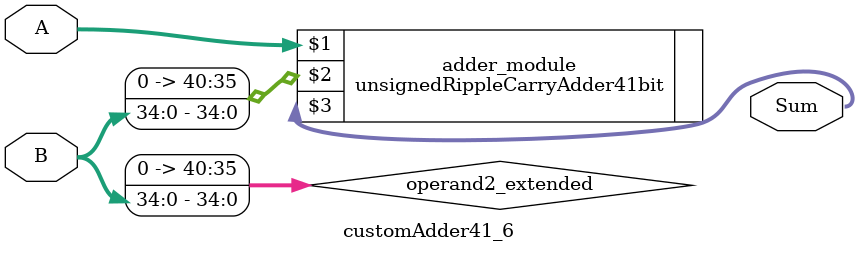
<source format=v>
module customAdder41_6(
                        input [40 : 0] A,
                        input [34 : 0] B,
                        
                        output [41 : 0] Sum
                );

        wire [40 : 0] operand2_extended;
        
        assign operand2_extended =  {6'b0, B};
        
        unsignedRippleCarryAdder41bit adder_module(
            A,
            operand2_extended,
            Sum
        );
        
        endmodule
        
</source>
